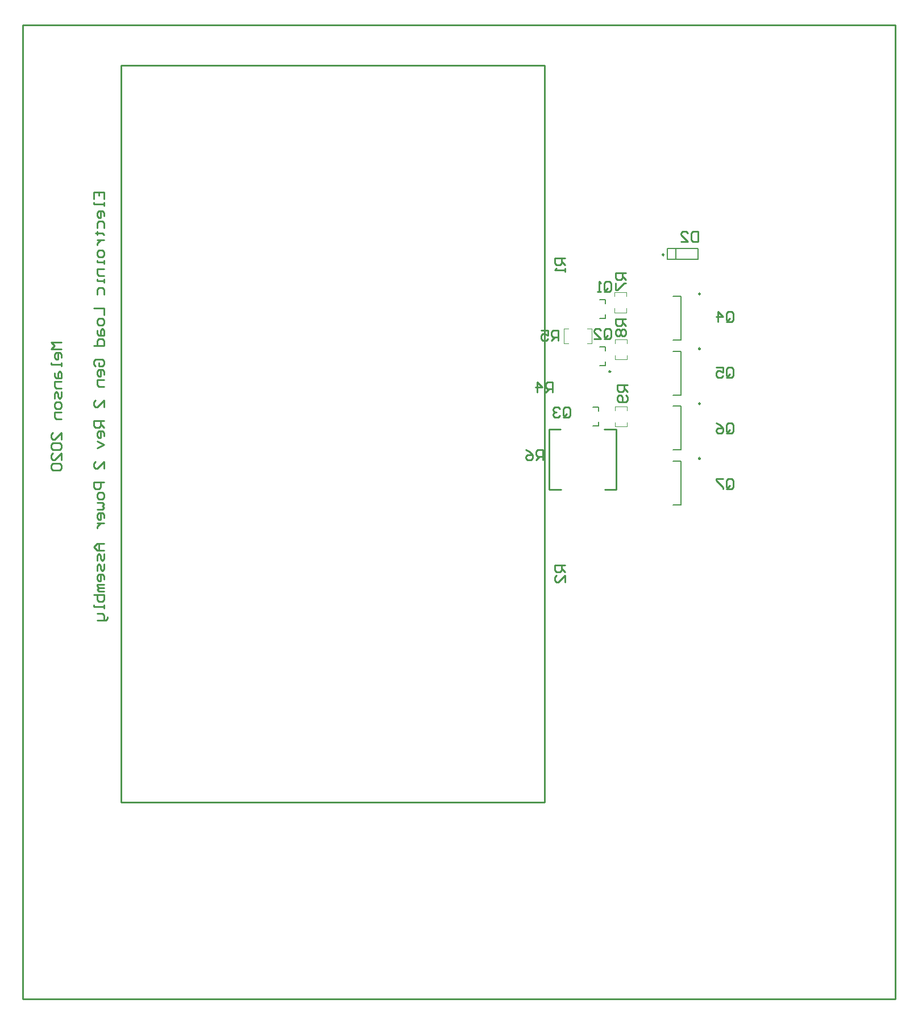
<source format=gbo>
G04*
G04 #@! TF.GenerationSoftware,Altium Limited,CircuitStudio,1.5.2 (1.5.2.30)*
G04*
G04 Layer_Color=13948096*
%FSLAX44Y44*%
%MOMM*%
G71*
G01*
G75*
%ADD11C,0.2540*%
%ADD38C,0.2500*%
%ADD39C,0.2000*%
%ADD67C,0.2032*%
%ADD68C,0.1000*%
D11*
X2354500Y1453250D02*
Y2550500D01*
X1723500D02*
X2354500D01*
X1723500Y1453250D02*
Y2550500D01*
Y1453250D02*
X2354500D01*
X2582888Y2303389D02*
Y2288154D01*
X2575270D01*
X2572731Y2290693D01*
Y2300850D01*
X2575270Y2303389D01*
X2582888D01*
X2557496Y2288154D02*
X2567653D01*
X2557496Y2298311D01*
Y2300850D01*
X2560035Y2303389D01*
X2565114D01*
X2567653Y2300850D01*
X2443292Y2216091D02*
Y2226248D01*
X2445832Y2228787D01*
X2450910D01*
X2453449Y2226248D01*
Y2216091D01*
X2450910Y2213552D01*
X2445832D01*
X2448371Y2218630D02*
X2443292Y2213552D01*
X2445832D02*
X2443292Y2216091D01*
X2438214Y2213552D02*
X2433136D01*
X2435675D01*
Y2228787D01*
X2438214Y2226248D01*
X2443370Y2146003D02*
Y2156160D01*
X2445909Y2158699D01*
X2450988D01*
X2453527Y2156160D01*
Y2146003D01*
X2450988Y2143464D01*
X2445909D01*
X2448449Y2148542D02*
X2443370Y2143464D01*
X2445909D02*
X2443370Y2146003D01*
X2428135Y2143464D02*
X2438292D01*
X2428135Y2153621D01*
Y2156160D01*
X2430674Y2158699D01*
X2435753D01*
X2438292Y2156160D01*
X2381843Y2029539D02*
Y2039696D01*
X2384382Y2042235D01*
X2389461D01*
X2392000Y2039696D01*
Y2029539D01*
X2389461Y2027000D01*
X2384382D01*
X2386922Y2032078D02*
X2381843Y2027000D01*
X2384382D02*
X2381843Y2029539D01*
X2376765Y2039696D02*
X2374226Y2042235D01*
X2369147D01*
X2366608Y2039696D01*
Y2037157D01*
X2369147Y2034617D01*
X2371687D01*
X2369147D01*
X2366608Y2032078D01*
Y2029539D01*
X2369147Y2027000D01*
X2374226D01*
X2376765Y2029539D01*
X2624843Y2171539D02*
Y2181696D01*
X2627383Y2184235D01*
X2632461D01*
X2635000Y2181696D01*
Y2171539D01*
X2632461Y2169000D01*
X2627383D01*
X2629922Y2174078D02*
X2624843Y2169000D01*
X2627383D02*
X2624843Y2171539D01*
X2612148Y2169000D02*
Y2184235D01*
X2619765Y2176617D01*
X2609608D01*
X2624843Y2088539D02*
Y2098696D01*
X2627383Y2101235D01*
X2632461D01*
X2635000Y2098696D01*
Y2088539D01*
X2632461Y2086000D01*
X2627383D01*
X2629922Y2091078D02*
X2624843Y2086000D01*
X2627383D02*
X2624843Y2088539D01*
X2609608Y2101235D02*
X2619765D01*
Y2093617D01*
X2614687Y2096157D01*
X2612148D01*
X2609608Y2093617D01*
Y2088539D01*
X2612148Y2086000D01*
X2617226D01*
X2619765Y2088539D01*
X2624843Y2005539D02*
Y2015696D01*
X2627383Y2018235D01*
X2632461D01*
X2635000Y2015696D01*
Y2005539D01*
X2632461Y2003000D01*
X2627383D01*
X2629922Y2008078D02*
X2624843Y2003000D01*
X2627383D02*
X2624843Y2005539D01*
X2609608Y2018235D02*
X2614687Y2015696D01*
X2619765Y2010617D01*
Y2005539D01*
X2617226Y2003000D01*
X2612148D01*
X2609608Y2005539D01*
Y2008078D01*
X2612148Y2010617D01*
X2619765D01*
X2624843Y1922539D02*
Y1932696D01*
X2627383Y1935235D01*
X2632461D01*
X2635000Y1932696D01*
Y1922539D01*
X2632461Y1920000D01*
X2627383D01*
X2629922Y1925078D02*
X2624843Y1920000D01*
X2627383D02*
X2624843Y1922539D01*
X2619765Y1935235D02*
X2609608D01*
Y1932696D01*
X2619765Y1922539D01*
Y1920000D01*
X2385000Y2264000D02*
X2369765D01*
Y2256382D01*
X2372304Y2253843D01*
X2377383D01*
X2379922Y2256382D01*
Y2264000D01*
Y2258922D02*
X2385000Y2253843D01*
Y2248765D02*
Y2243686D01*
Y2246226D01*
X2369765D01*
X2372304Y2248765D01*
X2385000Y1807000D02*
X2369765D01*
Y1799382D01*
X2372304Y1796843D01*
X2377383D01*
X2379922Y1799382D01*
Y1807000D01*
Y1801922D02*
X2385000Y1796843D01*
Y1781608D02*
Y1791765D01*
X2374843Y1781608D01*
X2372304D01*
X2369765Y1784147D01*
Y1789226D01*
X2372304Y1791765D01*
X2366000Y2064000D02*
Y2079235D01*
X2358383D01*
X2355843Y2076696D01*
Y2071617D01*
X2358383Y2069078D01*
X2366000D01*
X2360922D02*
X2355843Y2064000D01*
X2343147D02*
Y2079235D01*
X2350765Y2071617D01*
X2340608D01*
X2375000Y2141000D02*
Y2156235D01*
X2367383D01*
X2364843Y2153696D01*
Y2148617D01*
X2367383Y2146078D01*
X2375000D01*
X2369922D02*
X2364843Y2141000D01*
X2349608Y2156235D02*
X2359765D01*
Y2148617D01*
X2354687Y2151157D01*
X2352147D01*
X2349608Y2148617D01*
Y2143539D01*
X2352147Y2141000D01*
X2357226D01*
X2359765Y2143539D01*
X2352000Y1963000D02*
Y1978235D01*
X2344382D01*
X2341843Y1975696D01*
Y1970617D01*
X2344382Y1968078D01*
X2352000D01*
X2346922D02*
X2341843Y1963000D01*
X2326608Y1978235D02*
X2331687Y1975696D01*
X2336765Y1970617D01*
Y1965539D01*
X2334226Y1963000D01*
X2329147D01*
X2326608Y1965539D01*
Y1968078D01*
X2329147Y1970617D01*
X2336765D01*
X2475000Y2242000D02*
X2459765D01*
Y2234382D01*
X2462304Y2231843D01*
X2467383D01*
X2469922Y2234382D01*
Y2242000D01*
Y2236922D02*
X2475000Y2231843D01*
X2459765Y2226765D02*
Y2216608D01*
X2462304D01*
X2472461Y2226765D01*
X2475000D01*
Y2173000D02*
X2459765D01*
Y2165382D01*
X2462304Y2162843D01*
X2467383D01*
X2469922Y2165382D01*
Y2173000D01*
Y2167921D02*
X2475000Y2162843D01*
X2462304Y2157765D02*
X2459765Y2155226D01*
Y2150147D01*
X2462304Y2147608D01*
X2464843D01*
X2467383Y2150147D01*
X2469922Y2147608D01*
X2472461D01*
X2475000Y2150147D01*
Y2155226D01*
X2472461Y2157765D01*
X2469922D01*
X2467383Y2155226D01*
X2464843Y2157765D01*
X2462304D01*
X2467383Y2155226D02*
Y2150147D01*
X2478000Y2074750D02*
X2462765D01*
Y2067132D01*
X2465304Y2064593D01*
X2470383D01*
X2472922Y2067132D01*
Y2074750D01*
Y2069671D02*
X2478000Y2064593D01*
X2475461Y2059515D02*
X2478000Y2056976D01*
Y2051897D01*
X2475461Y2049358D01*
X2465304D01*
X2462765Y2051897D01*
Y2056976D01*
X2465304Y2059515D01*
X2467843D01*
X2470383Y2056976D01*
Y2049358D01*
X1682765Y2351586D02*
Y2361742D01*
X1698000D01*
Y2351586D01*
X1690383Y2361742D02*
Y2356664D01*
X1698000Y2346507D02*
Y2341429D01*
Y2343968D01*
X1682765D01*
Y2346507D01*
X1698000Y2326194D02*
Y2331272D01*
X1695461Y2333811D01*
X1690383D01*
X1687843Y2331272D01*
Y2326194D01*
X1690383Y2323655D01*
X1692922D01*
Y2333811D01*
X1687843Y2308420D02*
Y2316037D01*
X1690383Y2318576D01*
X1695461D01*
X1698000Y2316037D01*
Y2308420D01*
X1685304Y2300802D02*
X1687843D01*
Y2303341D01*
Y2298263D01*
Y2300802D01*
X1695461D01*
X1698000Y2298263D01*
X1687843Y2290645D02*
X1698000D01*
X1692922D01*
X1690383Y2288106D01*
X1687843Y2285567D01*
Y2283028D01*
X1698000Y2272871D02*
Y2267793D01*
X1695461Y2265254D01*
X1690383D01*
X1687843Y2267793D01*
Y2272871D01*
X1690383Y2275410D01*
X1695461D01*
X1698000Y2272871D01*
Y2260175D02*
Y2255097D01*
Y2257636D01*
X1687843D01*
Y2260175D01*
X1698000Y2247479D02*
X1687843D01*
Y2239862D01*
X1690383Y2237323D01*
X1698000D01*
Y2232244D02*
Y2227166D01*
Y2229705D01*
X1687843D01*
Y2232244D01*
Y2209392D02*
Y2217009D01*
X1690383Y2219548D01*
X1695461D01*
X1698000Y2217009D01*
Y2209392D01*
X1682765Y2189078D02*
X1698000D01*
Y2178922D01*
Y2171304D02*
Y2166226D01*
X1695461Y2163687D01*
X1690383D01*
X1687843Y2166226D01*
Y2171304D01*
X1690383Y2173843D01*
X1695461D01*
X1698000Y2171304D01*
X1687843Y2156069D02*
Y2150991D01*
X1690383Y2148451D01*
X1698000D01*
Y2156069D01*
X1695461Y2158608D01*
X1692922Y2156069D01*
Y2148451D01*
X1682765Y2133216D02*
X1698000D01*
Y2140834D01*
X1695461Y2143373D01*
X1690383D01*
X1687843Y2140834D01*
Y2133216D01*
X1685304Y2102746D02*
X1682765Y2105285D01*
Y2110364D01*
X1685304Y2112903D01*
X1695461D01*
X1698000Y2110364D01*
Y2105285D01*
X1695461Y2102746D01*
X1690383D01*
Y2107825D01*
X1698000Y2090050D02*
Y2095129D01*
X1695461Y2097668D01*
X1690383D01*
X1687843Y2095129D01*
Y2090050D01*
X1690383Y2087511D01*
X1692922D01*
Y2097668D01*
X1698000Y2082433D02*
X1687843D01*
Y2074815D01*
X1690383Y2072276D01*
X1698000D01*
Y2041806D02*
Y2051963D01*
X1687843Y2041806D01*
X1685304D01*
X1682765Y2044345D01*
Y2049423D01*
X1685304Y2051963D01*
X1698000Y2021492D02*
X1682765D01*
Y2013875D01*
X1685304Y2011336D01*
X1690383D01*
X1692922Y2013875D01*
Y2021492D01*
Y2016414D02*
X1698000Y2011336D01*
Y1998640D02*
Y2003718D01*
X1695461Y2006257D01*
X1690383D01*
X1687843Y2003718D01*
Y1998640D01*
X1690383Y1996101D01*
X1692922D01*
Y2006257D01*
X1687843Y1991022D02*
X1698000Y1985944D01*
X1687843Y1980866D01*
X1698000Y1950396D02*
Y1960552D01*
X1687843Y1950396D01*
X1685304D01*
X1682765Y1952935D01*
Y1958013D01*
X1685304Y1960552D01*
X1698000Y1930082D02*
X1682765D01*
Y1922464D01*
X1685304Y1919925D01*
X1690383D01*
X1692922Y1922464D01*
Y1930082D01*
X1698000Y1912308D02*
Y1907229D01*
X1695461Y1904690D01*
X1690383D01*
X1687843Y1907229D01*
Y1912308D01*
X1690383Y1914847D01*
X1695461D01*
X1698000Y1912308D01*
X1687843Y1899612D02*
X1695461D01*
X1698000Y1897073D01*
X1695461Y1894534D01*
X1698000Y1891994D01*
X1695461Y1889455D01*
X1687843D01*
X1698000Y1876759D02*
Y1881838D01*
X1695461Y1884377D01*
X1690383D01*
X1687843Y1881838D01*
Y1876759D01*
X1690383Y1874220D01*
X1692922D01*
Y1884377D01*
X1687843Y1869142D02*
X1698000D01*
X1692922D01*
X1690383Y1866603D01*
X1687843Y1864063D01*
Y1861524D01*
X1698000Y1838672D02*
X1687843D01*
X1682765Y1833593D01*
X1687843Y1828515D01*
X1698000D01*
X1690383D01*
Y1838672D01*
X1698000Y1823436D02*
Y1815819D01*
X1695461Y1813280D01*
X1692922Y1815819D01*
Y1820897D01*
X1690383Y1823436D01*
X1687843Y1820897D01*
Y1813280D01*
X1698000Y1808201D02*
Y1800584D01*
X1695461Y1798045D01*
X1692922Y1800584D01*
Y1805662D01*
X1690383Y1808201D01*
X1687843Y1805662D01*
Y1798045D01*
X1698000Y1785349D02*
Y1790427D01*
X1695461Y1792966D01*
X1690383D01*
X1687843Y1790427D01*
Y1785349D01*
X1690383Y1782810D01*
X1692922D01*
Y1792966D01*
X1698000Y1777731D02*
X1687843D01*
Y1775192D01*
X1690383Y1772653D01*
X1698000D01*
X1690383D01*
X1687843Y1770114D01*
X1690383Y1767575D01*
X1698000D01*
X1682765Y1762496D02*
X1698000D01*
Y1754879D01*
X1695461Y1752339D01*
X1692922D01*
X1690383D01*
X1687843Y1754879D01*
Y1762496D01*
X1698000Y1747261D02*
Y1742183D01*
Y1744722D01*
X1682765D01*
Y1747261D01*
X1687843Y1734565D02*
X1695461D01*
X1698000Y1732026D01*
Y1724409D01*
X1700539D01*
X1703078Y1726948D01*
Y1729487D01*
X1698000Y1724409D02*
X1687843D01*
X1635000Y2138295D02*
X1619765D01*
X1624843Y2133216D01*
X1619765Y2128138D01*
X1635000D01*
Y2115442D02*
Y2120520D01*
X1632461Y2123060D01*
X1627383D01*
X1624843Y2120520D01*
Y2115442D01*
X1627383Y2112903D01*
X1629922D01*
Y2123060D01*
X1635000Y2107825D02*
Y2102746D01*
Y2105285D01*
X1619765D01*
Y2107825D01*
X1624843Y2092589D02*
Y2087511D01*
X1627383Y2084972D01*
X1635000D01*
Y2092589D01*
X1632461Y2095129D01*
X1629922Y2092589D01*
Y2084972D01*
X1635000Y2079894D02*
X1624843D01*
Y2072276D01*
X1627383Y2069737D01*
X1635000D01*
Y2064659D02*
Y2057041D01*
X1632461Y2054502D01*
X1629922Y2057041D01*
Y2062119D01*
X1627383Y2064659D01*
X1624843Y2062119D01*
Y2054502D01*
X1635000Y2046884D02*
Y2041806D01*
X1632461Y2039267D01*
X1627383D01*
X1624843Y2041806D01*
Y2046884D01*
X1627383Y2049423D01*
X1632461D01*
X1635000Y2046884D01*
Y2034188D02*
X1624843D01*
Y2026571D01*
X1627383Y2024032D01*
X1635000D01*
Y1993562D02*
Y2003718D01*
X1624843Y1993562D01*
X1622304D01*
X1619765Y1996101D01*
Y2001179D01*
X1622304Y2003718D01*
Y1988483D02*
X1619765Y1985944D01*
Y1980866D01*
X1622304Y1978326D01*
X1632461D01*
X1635000Y1980866D01*
Y1985944D01*
X1632461Y1988483D01*
X1622304D01*
X1635000Y1963091D02*
Y1973248D01*
X1624843Y1963091D01*
X1622304D01*
X1619765Y1965630D01*
Y1970709D01*
X1622304Y1973248D01*
Y1958013D02*
X1619765Y1955474D01*
Y1950395D01*
X1622304Y1947856D01*
X1632461D01*
X1635000Y1950395D01*
Y1955474D01*
X1632461Y1958013D01*
X1622304D01*
X1577000Y1161000D02*
Y2611000D01*
Y1161000D02*
X2877000D01*
Y2611000D01*
X1577000D02*
X2877000D01*
D38*
X2586303Y1965530D02*
G03*
X2586303Y1965530I-1250J0D01*
G01*
Y2047233D02*
G03*
X2586303Y2047233I-1250J0D01*
G01*
Y2128937D02*
G03*
X2586303Y2128937I-1250J0D01*
G01*
Y2210640D02*
G03*
X2586303Y2210640I-1250J0D01*
G01*
X2452713Y2095110D02*
G03*
X2452713Y2095110I-1250J0D01*
G01*
X2532250Y2269000D02*
G03*
X2532250Y2269000I-1250J0D01*
G01*
X2442963Y2008910D02*
X2460963D01*
Y1918910D02*
Y2008910D01*
X2443963Y1918910D02*
X2460963D01*
X2360963Y2008910D02*
X2377963D01*
X2360963Y1918910D02*
Y2008910D01*
Y1918910D02*
X2378963D01*
D39*
X2545583Y1961830D02*
X2557053D01*
Y1896430D02*
Y1961830D01*
X2545583Y1896430D02*
X2557053D01*
X2545583Y2043533D02*
X2557053D01*
Y1978133D02*
Y2043533D01*
X2545583Y1978133D02*
X2557053D01*
X2545583Y2125237D02*
X2557053D01*
Y2059837D02*
Y2125237D01*
X2545583Y2059837D02*
X2557053D01*
X2545583Y2206940D02*
X2557053D01*
Y2141540D02*
Y2206940D01*
X2545583Y2141540D02*
X2557053D01*
X2360963Y1918910D02*
Y1938910D01*
X2550000Y2262000D02*
Y2278000D01*
X2567800D02*
X2583000D01*
Y2262000D02*
Y2278000D01*
X2567800Y2262000D02*
X2583000D01*
X2537000D02*
Y2278000D01*
X2552200D01*
X2537000Y2262000D02*
X2552200D01*
X2567800D01*
X2552200Y2278000D02*
X2567800D01*
D67*
X2426375Y2042058D02*
X2434487D01*
Y2035962D02*
Y2042058D01*
X2426375Y2013834D02*
X2434487D01*
Y2019834D01*
X2436375Y2132058D02*
X2444487D01*
Y2125962D02*
Y2132058D01*
X2436375Y2103834D02*
X2444487D01*
Y2109834D01*
X2436375Y2202058D02*
X2444487D01*
Y2195962D02*
Y2202058D01*
X2436375Y2173834D02*
X2444487D01*
Y2179834D01*
D68*
X2382963Y2136910D02*
Y2158910D01*
X2389963D01*
X2382963Y2136910D02*
X2389963D01*
X2417963Y2158910D02*
X2424963D01*
X2417963Y2136910D02*
X2424963D01*
Y2158910D01*
X2477000Y2013000D02*
Y2019000D01*
X2459000Y2013000D02*
X2477000D01*
X2459000D02*
Y2019000D01*
X2477000Y2037000D02*
Y2043000D01*
X2459000D02*
X2477000D01*
X2459000Y2037000D02*
Y2043000D01*
Y2137000D02*
Y2143000D01*
X2477000D01*
Y2137000D02*
Y2143000D01*
X2459000Y2113000D02*
Y2119000D01*
Y2113000D02*
X2477000D01*
Y2119000D01*
X2458000Y2207000D02*
Y2213000D01*
X2476000D01*
Y2207000D02*
Y2213000D01*
X2458000Y2183000D02*
Y2189000D01*
Y2183000D02*
X2476000D01*
Y2189000D01*
M02*

</source>
